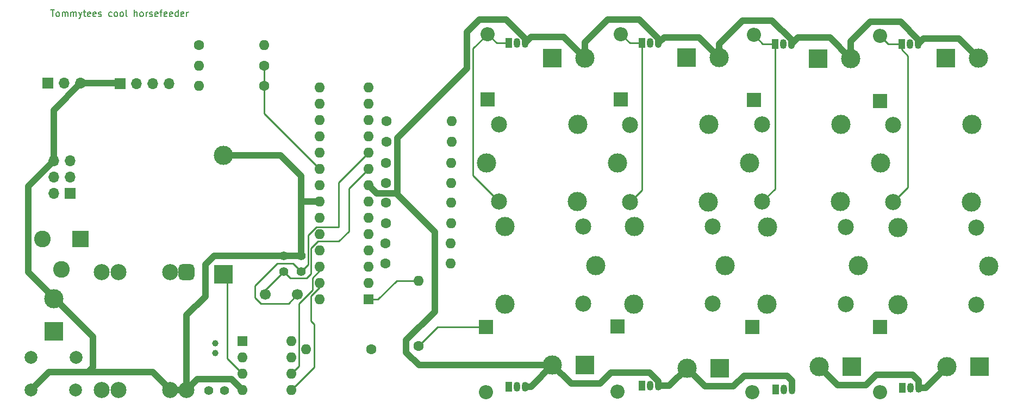
<source format=gbr>
%TF.GenerationSoftware,KiCad,Pcbnew,7.0.7*%
%TF.CreationDate,2024-02-15T10:33:02+01:00*%
%TF.ProjectId,Projektarbete_P3,50726f6a-656b-4746-9172-626574655f50,rev?*%
%TF.SameCoordinates,Original*%
%TF.FileFunction,Copper,L1,Top*%
%TF.FilePolarity,Positive*%
%FSLAX46Y46*%
G04 Gerber Fmt 4.6, Leading zero omitted, Abs format (unit mm)*
G04 Created by KiCad (PCBNEW 7.0.7) date 2024-02-15 10:33:02*
%MOMM*%
%LPD*%
G01*
G04 APERTURE LIST*
G04 Aperture macros list*
%AMRoundRect*
0 Rectangle with rounded corners*
0 $1 Rounding radius*
0 $2 $3 $4 $5 $6 $7 $8 $9 X,Y pos of 4 corners*
0 Add a 4 corners polygon primitive as box body*
4,1,4,$2,$3,$4,$5,$6,$7,$8,$9,$2,$3,0*
0 Add four circle primitives for the rounded corners*
1,1,$1+$1,$2,$3*
1,1,$1+$1,$4,$5*
1,1,$1+$1,$6,$7*
1,1,$1+$1,$8,$9*
0 Add four rect primitives between the rounded corners*
20,1,$1+$1,$2,$3,$4,$5,0*
20,1,$1+$1,$4,$5,$6,$7,0*
20,1,$1+$1,$6,$7,$8,$9,0*
20,1,$1+$1,$8,$9,$2,$3,0*%
G04 Aperture macros list end*
%ADD10C,0.150000*%
%TA.AperFunction,NonConductor*%
%ADD11C,0.150000*%
%TD*%
%TA.AperFunction,ComponentPad*%
%ADD12R,3.000000X3.000000*%
%TD*%
%TA.AperFunction,ComponentPad*%
%ADD13C,3.000000*%
%TD*%
%TA.AperFunction,ComponentPad*%
%ADD14R,1.050000X1.500000*%
%TD*%
%TA.AperFunction,ComponentPad*%
%ADD15O,1.050000X1.500000*%
%TD*%
%TA.AperFunction,ComponentPad*%
%ADD16C,1.600000*%
%TD*%
%TA.AperFunction,ComponentPad*%
%ADD17O,1.600000X1.600000*%
%TD*%
%TA.AperFunction,ComponentPad*%
%ADD18C,2.000000*%
%TD*%
%TA.AperFunction,ComponentPad*%
%ADD19C,2.500000*%
%TD*%
%TA.AperFunction,ComponentPad*%
%ADD20R,1.700000X1.700000*%
%TD*%
%TA.AperFunction,ComponentPad*%
%ADD21O,1.700000X1.700000*%
%TD*%
%TA.AperFunction,ComponentPad*%
%ADD22C,1.700000*%
%TD*%
%TA.AperFunction,ComponentPad*%
%ADD23RoundRect,0.625000X-0.625000X0.625000X-0.625000X-0.625000X0.625000X-0.625000X0.625000X0.625000X0*%
%TD*%
%TA.AperFunction,ComponentPad*%
%ADD24R,2.200000X2.200000*%
%TD*%
%TA.AperFunction,ComponentPad*%
%ADD25O,2.200000X2.200000*%
%TD*%
%TA.AperFunction,ComponentPad*%
%ADD26R,2.600000X2.600000*%
%TD*%
%TA.AperFunction,ComponentPad*%
%ADD27C,2.600000*%
%TD*%
%TA.AperFunction,ComponentPad*%
%ADD28C,1.000000*%
%TD*%
%TA.AperFunction,ComponentPad*%
%ADD29C,1.400000*%
%TD*%
%TA.AperFunction,ComponentPad*%
%ADD30R,1.600000X1.600000*%
%TD*%
%TA.AperFunction,Conductor*%
%ADD31C,1.000000*%
%TD*%
%TA.AperFunction,Conductor*%
%ADD32C,0.250000*%
%TD*%
G04 APERTURE END LIST*
D10*
D11*
X57953522Y-50635019D02*
X58524950Y-50635019D01*
X58239236Y-51635019D02*
X58239236Y-50635019D01*
X59001141Y-51635019D02*
X58905903Y-51587400D01*
X58905903Y-51587400D02*
X58858284Y-51539780D01*
X58858284Y-51539780D02*
X58810665Y-51444542D01*
X58810665Y-51444542D02*
X58810665Y-51158828D01*
X58810665Y-51158828D02*
X58858284Y-51063590D01*
X58858284Y-51063590D02*
X58905903Y-51015971D01*
X58905903Y-51015971D02*
X59001141Y-50968352D01*
X59001141Y-50968352D02*
X59143998Y-50968352D01*
X59143998Y-50968352D02*
X59239236Y-51015971D01*
X59239236Y-51015971D02*
X59286855Y-51063590D01*
X59286855Y-51063590D02*
X59334474Y-51158828D01*
X59334474Y-51158828D02*
X59334474Y-51444542D01*
X59334474Y-51444542D02*
X59286855Y-51539780D01*
X59286855Y-51539780D02*
X59239236Y-51587400D01*
X59239236Y-51587400D02*
X59143998Y-51635019D01*
X59143998Y-51635019D02*
X59001141Y-51635019D01*
X59763046Y-51635019D02*
X59763046Y-50968352D01*
X59763046Y-51063590D02*
X59810665Y-51015971D01*
X59810665Y-51015971D02*
X59905903Y-50968352D01*
X59905903Y-50968352D02*
X60048760Y-50968352D01*
X60048760Y-50968352D02*
X60143998Y-51015971D01*
X60143998Y-51015971D02*
X60191617Y-51111209D01*
X60191617Y-51111209D02*
X60191617Y-51635019D01*
X60191617Y-51111209D02*
X60239236Y-51015971D01*
X60239236Y-51015971D02*
X60334474Y-50968352D01*
X60334474Y-50968352D02*
X60477331Y-50968352D01*
X60477331Y-50968352D02*
X60572570Y-51015971D01*
X60572570Y-51015971D02*
X60620189Y-51111209D01*
X60620189Y-51111209D02*
X60620189Y-51635019D01*
X61096379Y-51635019D02*
X61096379Y-50968352D01*
X61096379Y-51063590D02*
X61143998Y-51015971D01*
X61143998Y-51015971D02*
X61239236Y-50968352D01*
X61239236Y-50968352D02*
X61382093Y-50968352D01*
X61382093Y-50968352D02*
X61477331Y-51015971D01*
X61477331Y-51015971D02*
X61524950Y-51111209D01*
X61524950Y-51111209D02*
X61524950Y-51635019D01*
X61524950Y-51111209D02*
X61572569Y-51015971D01*
X61572569Y-51015971D02*
X61667807Y-50968352D01*
X61667807Y-50968352D02*
X61810664Y-50968352D01*
X61810664Y-50968352D02*
X61905903Y-51015971D01*
X61905903Y-51015971D02*
X61953522Y-51111209D01*
X61953522Y-51111209D02*
X61953522Y-51635019D01*
X62334474Y-50968352D02*
X62572569Y-51635019D01*
X62810664Y-50968352D02*
X62572569Y-51635019D01*
X62572569Y-51635019D02*
X62477331Y-51873114D01*
X62477331Y-51873114D02*
X62429712Y-51920733D01*
X62429712Y-51920733D02*
X62334474Y-51968352D01*
X63048760Y-50968352D02*
X63429712Y-50968352D01*
X63191617Y-50635019D02*
X63191617Y-51492161D01*
X63191617Y-51492161D02*
X63239236Y-51587400D01*
X63239236Y-51587400D02*
X63334474Y-51635019D01*
X63334474Y-51635019D02*
X63429712Y-51635019D01*
X64143998Y-51587400D02*
X64048760Y-51635019D01*
X64048760Y-51635019D02*
X63858284Y-51635019D01*
X63858284Y-51635019D02*
X63763046Y-51587400D01*
X63763046Y-51587400D02*
X63715427Y-51492161D01*
X63715427Y-51492161D02*
X63715427Y-51111209D01*
X63715427Y-51111209D02*
X63763046Y-51015971D01*
X63763046Y-51015971D02*
X63858284Y-50968352D01*
X63858284Y-50968352D02*
X64048760Y-50968352D01*
X64048760Y-50968352D02*
X64143998Y-51015971D01*
X64143998Y-51015971D02*
X64191617Y-51111209D01*
X64191617Y-51111209D02*
X64191617Y-51206447D01*
X64191617Y-51206447D02*
X63715427Y-51301685D01*
X65001141Y-51587400D02*
X64905903Y-51635019D01*
X64905903Y-51635019D02*
X64715427Y-51635019D01*
X64715427Y-51635019D02*
X64620189Y-51587400D01*
X64620189Y-51587400D02*
X64572570Y-51492161D01*
X64572570Y-51492161D02*
X64572570Y-51111209D01*
X64572570Y-51111209D02*
X64620189Y-51015971D01*
X64620189Y-51015971D02*
X64715427Y-50968352D01*
X64715427Y-50968352D02*
X64905903Y-50968352D01*
X64905903Y-50968352D02*
X65001141Y-51015971D01*
X65001141Y-51015971D02*
X65048760Y-51111209D01*
X65048760Y-51111209D02*
X65048760Y-51206447D01*
X65048760Y-51206447D02*
X64572570Y-51301685D01*
X65429713Y-51587400D02*
X65524951Y-51635019D01*
X65524951Y-51635019D02*
X65715427Y-51635019D01*
X65715427Y-51635019D02*
X65810665Y-51587400D01*
X65810665Y-51587400D02*
X65858284Y-51492161D01*
X65858284Y-51492161D02*
X65858284Y-51444542D01*
X65858284Y-51444542D02*
X65810665Y-51349304D01*
X65810665Y-51349304D02*
X65715427Y-51301685D01*
X65715427Y-51301685D02*
X65572570Y-51301685D01*
X65572570Y-51301685D02*
X65477332Y-51254066D01*
X65477332Y-51254066D02*
X65429713Y-51158828D01*
X65429713Y-51158828D02*
X65429713Y-51111209D01*
X65429713Y-51111209D02*
X65477332Y-51015971D01*
X65477332Y-51015971D02*
X65572570Y-50968352D01*
X65572570Y-50968352D02*
X65715427Y-50968352D01*
X65715427Y-50968352D02*
X65810665Y-51015971D01*
X67477332Y-51587400D02*
X67382094Y-51635019D01*
X67382094Y-51635019D02*
X67191618Y-51635019D01*
X67191618Y-51635019D02*
X67096380Y-51587400D01*
X67096380Y-51587400D02*
X67048761Y-51539780D01*
X67048761Y-51539780D02*
X67001142Y-51444542D01*
X67001142Y-51444542D02*
X67001142Y-51158828D01*
X67001142Y-51158828D02*
X67048761Y-51063590D01*
X67048761Y-51063590D02*
X67096380Y-51015971D01*
X67096380Y-51015971D02*
X67191618Y-50968352D01*
X67191618Y-50968352D02*
X67382094Y-50968352D01*
X67382094Y-50968352D02*
X67477332Y-51015971D01*
X68048761Y-51635019D02*
X67953523Y-51587400D01*
X67953523Y-51587400D02*
X67905904Y-51539780D01*
X67905904Y-51539780D02*
X67858285Y-51444542D01*
X67858285Y-51444542D02*
X67858285Y-51158828D01*
X67858285Y-51158828D02*
X67905904Y-51063590D01*
X67905904Y-51063590D02*
X67953523Y-51015971D01*
X67953523Y-51015971D02*
X68048761Y-50968352D01*
X68048761Y-50968352D02*
X68191618Y-50968352D01*
X68191618Y-50968352D02*
X68286856Y-51015971D01*
X68286856Y-51015971D02*
X68334475Y-51063590D01*
X68334475Y-51063590D02*
X68382094Y-51158828D01*
X68382094Y-51158828D02*
X68382094Y-51444542D01*
X68382094Y-51444542D02*
X68334475Y-51539780D01*
X68334475Y-51539780D02*
X68286856Y-51587400D01*
X68286856Y-51587400D02*
X68191618Y-51635019D01*
X68191618Y-51635019D02*
X68048761Y-51635019D01*
X68953523Y-51635019D02*
X68858285Y-51587400D01*
X68858285Y-51587400D02*
X68810666Y-51539780D01*
X68810666Y-51539780D02*
X68763047Y-51444542D01*
X68763047Y-51444542D02*
X68763047Y-51158828D01*
X68763047Y-51158828D02*
X68810666Y-51063590D01*
X68810666Y-51063590D02*
X68858285Y-51015971D01*
X68858285Y-51015971D02*
X68953523Y-50968352D01*
X68953523Y-50968352D02*
X69096380Y-50968352D01*
X69096380Y-50968352D02*
X69191618Y-51015971D01*
X69191618Y-51015971D02*
X69239237Y-51063590D01*
X69239237Y-51063590D02*
X69286856Y-51158828D01*
X69286856Y-51158828D02*
X69286856Y-51444542D01*
X69286856Y-51444542D02*
X69239237Y-51539780D01*
X69239237Y-51539780D02*
X69191618Y-51587400D01*
X69191618Y-51587400D02*
X69096380Y-51635019D01*
X69096380Y-51635019D02*
X68953523Y-51635019D01*
X69858285Y-51635019D02*
X69763047Y-51587400D01*
X69763047Y-51587400D02*
X69715428Y-51492161D01*
X69715428Y-51492161D02*
X69715428Y-50635019D01*
X71001143Y-51635019D02*
X71001143Y-50635019D01*
X71429714Y-51635019D02*
X71429714Y-51111209D01*
X71429714Y-51111209D02*
X71382095Y-51015971D01*
X71382095Y-51015971D02*
X71286857Y-50968352D01*
X71286857Y-50968352D02*
X71144000Y-50968352D01*
X71144000Y-50968352D02*
X71048762Y-51015971D01*
X71048762Y-51015971D02*
X71001143Y-51063590D01*
X72048762Y-51635019D02*
X71953524Y-51587400D01*
X71953524Y-51587400D02*
X71905905Y-51539780D01*
X71905905Y-51539780D02*
X71858286Y-51444542D01*
X71858286Y-51444542D02*
X71858286Y-51158828D01*
X71858286Y-51158828D02*
X71905905Y-51063590D01*
X71905905Y-51063590D02*
X71953524Y-51015971D01*
X71953524Y-51015971D02*
X72048762Y-50968352D01*
X72048762Y-50968352D02*
X72191619Y-50968352D01*
X72191619Y-50968352D02*
X72286857Y-51015971D01*
X72286857Y-51015971D02*
X72334476Y-51063590D01*
X72334476Y-51063590D02*
X72382095Y-51158828D01*
X72382095Y-51158828D02*
X72382095Y-51444542D01*
X72382095Y-51444542D02*
X72334476Y-51539780D01*
X72334476Y-51539780D02*
X72286857Y-51587400D01*
X72286857Y-51587400D02*
X72191619Y-51635019D01*
X72191619Y-51635019D02*
X72048762Y-51635019D01*
X72810667Y-51635019D02*
X72810667Y-50968352D01*
X72810667Y-51158828D02*
X72858286Y-51063590D01*
X72858286Y-51063590D02*
X72905905Y-51015971D01*
X72905905Y-51015971D02*
X73001143Y-50968352D01*
X73001143Y-50968352D02*
X73096381Y-50968352D01*
X73382096Y-51587400D02*
X73477334Y-51635019D01*
X73477334Y-51635019D02*
X73667810Y-51635019D01*
X73667810Y-51635019D02*
X73763048Y-51587400D01*
X73763048Y-51587400D02*
X73810667Y-51492161D01*
X73810667Y-51492161D02*
X73810667Y-51444542D01*
X73810667Y-51444542D02*
X73763048Y-51349304D01*
X73763048Y-51349304D02*
X73667810Y-51301685D01*
X73667810Y-51301685D02*
X73524953Y-51301685D01*
X73524953Y-51301685D02*
X73429715Y-51254066D01*
X73429715Y-51254066D02*
X73382096Y-51158828D01*
X73382096Y-51158828D02*
X73382096Y-51111209D01*
X73382096Y-51111209D02*
X73429715Y-51015971D01*
X73429715Y-51015971D02*
X73524953Y-50968352D01*
X73524953Y-50968352D02*
X73667810Y-50968352D01*
X73667810Y-50968352D02*
X73763048Y-51015971D01*
X74620191Y-51587400D02*
X74524953Y-51635019D01*
X74524953Y-51635019D02*
X74334477Y-51635019D01*
X74334477Y-51635019D02*
X74239239Y-51587400D01*
X74239239Y-51587400D02*
X74191620Y-51492161D01*
X74191620Y-51492161D02*
X74191620Y-51111209D01*
X74191620Y-51111209D02*
X74239239Y-51015971D01*
X74239239Y-51015971D02*
X74334477Y-50968352D01*
X74334477Y-50968352D02*
X74524953Y-50968352D01*
X74524953Y-50968352D02*
X74620191Y-51015971D01*
X74620191Y-51015971D02*
X74667810Y-51111209D01*
X74667810Y-51111209D02*
X74667810Y-51206447D01*
X74667810Y-51206447D02*
X74191620Y-51301685D01*
X74953525Y-50968352D02*
X75334477Y-50968352D01*
X75096382Y-51635019D02*
X75096382Y-50777876D01*
X75096382Y-50777876D02*
X75144001Y-50682638D01*
X75144001Y-50682638D02*
X75239239Y-50635019D01*
X75239239Y-50635019D02*
X75334477Y-50635019D01*
X76048763Y-51587400D02*
X75953525Y-51635019D01*
X75953525Y-51635019D02*
X75763049Y-51635019D01*
X75763049Y-51635019D02*
X75667811Y-51587400D01*
X75667811Y-51587400D02*
X75620192Y-51492161D01*
X75620192Y-51492161D02*
X75620192Y-51111209D01*
X75620192Y-51111209D02*
X75667811Y-51015971D01*
X75667811Y-51015971D02*
X75763049Y-50968352D01*
X75763049Y-50968352D02*
X75953525Y-50968352D01*
X75953525Y-50968352D02*
X76048763Y-51015971D01*
X76048763Y-51015971D02*
X76096382Y-51111209D01*
X76096382Y-51111209D02*
X76096382Y-51206447D01*
X76096382Y-51206447D02*
X75620192Y-51301685D01*
X76905906Y-51587400D02*
X76810668Y-51635019D01*
X76810668Y-51635019D02*
X76620192Y-51635019D01*
X76620192Y-51635019D02*
X76524954Y-51587400D01*
X76524954Y-51587400D02*
X76477335Y-51492161D01*
X76477335Y-51492161D02*
X76477335Y-51111209D01*
X76477335Y-51111209D02*
X76524954Y-51015971D01*
X76524954Y-51015971D02*
X76620192Y-50968352D01*
X76620192Y-50968352D02*
X76810668Y-50968352D01*
X76810668Y-50968352D02*
X76905906Y-51015971D01*
X76905906Y-51015971D02*
X76953525Y-51111209D01*
X76953525Y-51111209D02*
X76953525Y-51206447D01*
X76953525Y-51206447D02*
X76477335Y-51301685D01*
X77810668Y-51635019D02*
X77810668Y-50635019D01*
X77810668Y-51587400D02*
X77715430Y-51635019D01*
X77715430Y-51635019D02*
X77524954Y-51635019D01*
X77524954Y-51635019D02*
X77429716Y-51587400D01*
X77429716Y-51587400D02*
X77382097Y-51539780D01*
X77382097Y-51539780D02*
X77334478Y-51444542D01*
X77334478Y-51444542D02*
X77334478Y-51158828D01*
X77334478Y-51158828D02*
X77382097Y-51063590D01*
X77382097Y-51063590D02*
X77429716Y-51015971D01*
X77429716Y-51015971D02*
X77524954Y-50968352D01*
X77524954Y-50968352D02*
X77715430Y-50968352D01*
X77715430Y-50968352D02*
X77810668Y-51015971D01*
X78667811Y-51587400D02*
X78572573Y-51635019D01*
X78572573Y-51635019D02*
X78382097Y-51635019D01*
X78382097Y-51635019D02*
X78286859Y-51587400D01*
X78286859Y-51587400D02*
X78239240Y-51492161D01*
X78239240Y-51492161D02*
X78239240Y-51111209D01*
X78239240Y-51111209D02*
X78286859Y-51015971D01*
X78286859Y-51015971D02*
X78382097Y-50968352D01*
X78382097Y-50968352D02*
X78572573Y-50968352D01*
X78572573Y-50968352D02*
X78667811Y-51015971D01*
X78667811Y-51015971D02*
X78715430Y-51111209D01*
X78715430Y-51111209D02*
X78715430Y-51206447D01*
X78715430Y-51206447D02*
X78239240Y-51301685D01*
X79144002Y-51635019D02*
X79144002Y-50968352D01*
X79144002Y-51158828D02*
X79191621Y-51063590D01*
X79191621Y-51063590D02*
X79239240Y-51015971D01*
X79239240Y-51015971D02*
X79334478Y-50968352D01*
X79334478Y-50968352D02*
X79429716Y-50968352D01*
D12*
%TO.P,J2,1,Pin_1*%
%TO.N,Net-(J2-Pin_1)*%
X202666800Y-106248400D03*
D13*
%TO.P,J2,2,Pin_2*%
%TO.N,GND*%
X197586800Y-106248400D03*
%TD*%
D14*
%TO.P,Q4,1,C*%
%TO.N,Net-(D4-A)*%
X170764400Y-55956400D03*
D15*
%TO.P,Q4,2,B*%
%TO.N,Net-(Q4-B)*%
X172034400Y-55956400D03*
%TO.P,Q4,3,E*%
%TO.N,GND*%
X173304400Y-55956400D03*
%TD*%
D14*
%TO.P,Q2,1,C*%
%TO.N,Net-(D2-A)*%
X190595600Y-109543200D03*
D15*
%TO.P,Q2,2,B*%
%TO.N,Net-(Q2-B)*%
X191865600Y-109543200D03*
%TO.P,Q2,3,E*%
%TO.N,GND*%
X193135600Y-109543200D03*
%TD*%
D16*
%TO.P,R9,1*%
%TO.N,+5V*%
X115240000Y-102997200D03*
D17*
%TO.P,R9,2*%
%TO.N,/Resetbutton*%
X115240000Y-92837200D03*
%TD*%
D16*
%TO.P,R10,1*%
%TO.N,+5V*%
X91236800Y-59334400D03*
D17*
%TO.P,R10,2*%
%TO.N,/AnalogPin4{slash}SDA*%
X81076800Y-59334400D03*
%TD*%
D18*
%TO.P,SW1,1,1*%
%TO.N,Net-(C1-Pad2)*%
X61873200Y-109844400D03*
%TO.P,SW1,2,2*%
%TO.N,GND*%
X54862800Y-109844400D03*
%TO.P,SW1,3,K*%
%TO.N,/Resetbutton*%
X54862800Y-104815200D03*
%TO.P,SW1,4,A*%
%TO.N,Net-(SW1-A)*%
X61924000Y-104815200D03*
%TD*%
D12*
%TO.P,J1,1,Pin_1*%
%TO.N,Net-(J1-Pin_1)*%
X197416000Y-58140200D03*
D13*
%TO.P,J1,2,Pin_2*%
%TO.N,GND*%
X202496000Y-58140200D03*
%TD*%
D16*
%TO.P,R12,1*%
%TO.N,+5V*%
X81026000Y-56134000D03*
D17*
%TO.P,R12,2*%
%TO.N,/AnalogPin0*%
X91186000Y-56134000D03*
%TD*%
D13*
%TO.P,K5,1*%
%TO.N,/Power_input*%
X163008400Y-90449600D03*
D19*
%TO.P,K5,2*%
%TO.N,Net-(D5-A)*%
X161058400Y-84399600D03*
D13*
%TO.P,K5,3*%
%TO.N,unconnected-(K5-Pad3)*%
X148858400Y-84399600D03*
%TO.P,K5,4*%
%TO.N,Net-(J5-Pin_1)*%
X148808400Y-96449600D03*
D19*
%TO.P,K5,5*%
%TO.N,+5V*%
X161058400Y-96399600D03*
%TD*%
D13*
%TO.P,K6,1*%
%TO.N,/Power_input*%
X146250000Y-74500000D03*
D19*
%TO.P,K6,2*%
%TO.N,Net-(D6-A)*%
X148200000Y-80550000D03*
D13*
%TO.P,K6,3*%
%TO.N,unconnected-(K6-Pad3)*%
X160400000Y-80550000D03*
%TO.P,K6,4*%
%TO.N,Net-(J6-Pin_1)*%
X160450000Y-68500000D03*
D19*
%TO.P,K6,5*%
%TO.N,+5V*%
X148200000Y-68550000D03*
%TD*%
D16*
%TO.P,R11,1*%
%TO.N,+5V*%
X91236800Y-62433200D03*
D17*
%TO.P,R11,2*%
%TO.N,/AnalogPin5{slash}SCL*%
X81076800Y-62433200D03*
%TD*%
D13*
%TO.P,K8,1*%
%TO.N,/Power_input*%
X125850000Y-74450000D03*
D19*
%TO.P,K8,2*%
%TO.N,Net-(D8-A)*%
X127800000Y-80500000D03*
D13*
%TO.P,K8,3*%
%TO.N,unconnected-(K8-Pad3)*%
X140000000Y-80500000D03*
%TO.P,K8,4*%
%TO.N,Net-(J8-Pin_1)*%
X140050000Y-68450000D03*
D19*
%TO.P,K8,5*%
%TO.N,+5V*%
X127800000Y-68500000D03*
%TD*%
D20*
%TO.P,J12,1,Pin_1*%
%TO.N,+5V*%
X57556400Y-62026800D03*
D21*
%TO.P,J12,2,Pin_2*%
%TO.N,/AnalogPin0*%
X60096400Y-62026800D03*
%TO.P,J12,3,Pin_3*%
%TO.N,GND*%
X62636400Y-62026800D03*
%TD*%
D14*
%TO.P,Q6,1,C*%
%TO.N,Net-(D6-A)*%
X150057200Y-55796800D03*
D15*
%TO.P,Q6,2,B*%
%TO.N,Net-(Q6-B)*%
X151327200Y-55796800D03*
%TO.P,Q6,3,E*%
%TO.N,GND*%
X152597200Y-55796800D03*
%TD*%
D14*
%TO.P,Q5,1,C*%
%TO.N,Net-(D5-A)*%
X150057200Y-109187600D03*
D15*
%TO.P,Q5,2,B*%
%TO.N,Net-(Q5-B)*%
X151327200Y-109187600D03*
%TO.P,Q5,3,E*%
%TO.N,GND*%
X152597200Y-109187600D03*
%TD*%
D22*
%TO.P,Y1,1,1*%
%TO.N,/XTAL2{slash}TOSC2*%
X96378400Y-94996000D03*
%TO.P,Y1,2,2*%
%TO.N,/XTAL1{slash}TOSC1*%
X91378400Y-94996000D03*
%TD*%
D14*
%TO.P,Q3,1,C*%
%TO.N,Net-(D3-A)*%
X170916800Y-109804400D03*
D15*
%TO.P,Q3,2,B*%
%TO.N,Net-(Q3-B)*%
X172186800Y-109804400D03*
%TO.P,Q3,3,E*%
%TO.N,GND*%
X173456800Y-109804400D03*
%TD*%
D23*
%TO.P,Volt_regulator1,1,INPUT-*%
%TO.N,Net-(BJ1-Pad3)*%
X79121000Y-91490800D03*
D19*
%TO.P,Volt_regulator1,2,INPUT-*%
X76581000Y-91490800D03*
%TO.P,Volt_regulator1,3,INPUT+*%
%TO.N,/Power_input*%
X68529200Y-91490800D03*
%TO.P,Volt_regulator1,4,INPUT+*%
X65918000Y-91490800D03*
%TO.P,Volt_regulator1,5,OUTPUT-*%
%TO.N,GND*%
X79146400Y-109829600D03*
%TO.P,Volt_regulator1,6,OUTPUT-*%
X76606400Y-109829600D03*
%TO.P,Volt_regulator1,7,OUTPUT+*%
%TO.N,+5V*%
X68554600Y-109829600D03*
%TO.P,Volt_regulator1,8,OUTPUT+*%
X65943400Y-109829600D03*
%TD*%
D12*
%TO.P,J3,1,Pin_1*%
%TO.N,Net-(J3-Pin_1)*%
X182702400Y-106197600D03*
D13*
%TO.P,J3,2,Pin_2*%
%TO.N,GND*%
X177622400Y-106197600D03*
%TD*%
D16*
%TO.P,R6,1*%
%TO.N,/DIG_I{slash}O6*%
X110261600Y-71145600D03*
D17*
%TO.P,R6,2*%
%TO.N,Net-(Q6-B)*%
X120421600Y-71145600D03*
%TD*%
D24*
%TO.P,D3,1,K*%
%TO.N,+5V*%
X167208400Y-100050800D03*
D25*
%TO.P,D3,2,A*%
%TO.N,Net-(D3-A)*%
X167208400Y-110210800D03*
%TD*%
D26*
%TO.P,BJ1,1*%
%TO.N,/Power_input*%
X62636400Y-86360000D03*
D27*
%TO.P,BJ1,2*%
%TO.N,Net-(J9-Pin_1)*%
X56636400Y-86360000D03*
%TO.P,BJ1,3*%
%TO.N,Net-(BJ1-Pad3)*%
X59636400Y-91060000D03*
%TD*%
D16*
%TO.P,R5,1*%
%TO.N,/DIG_I{slash}O1*%
X110109200Y-87046000D03*
D17*
%TO.P,R5,2*%
%TO.N,Net-(Q5-B)*%
X120269200Y-87046000D03*
%TD*%
D12*
%TO.P,J4,1,Pin_1*%
%TO.N,Net-(J4-Pin_1)*%
X177520800Y-58191600D03*
D13*
%TO.P,J4,2,Pin_2*%
%TO.N,GND*%
X182600800Y-58191600D03*
%TD*%
D28*
%TO.P,Y2,1,1*%
%TO.N,/X2-Crystal*%
X83566000Y-104077200D03*
%TO.P,Y2,2,2*%
%TO.N,/X1-Crystal*%
X83566000Y-102577200D03*
%TD*%
D12*
%TO.P,J7,1,Pin_1*%
%TO.N,Net-(J7-Pin_1)*%
X141198800Y-105987800D03*
D13*
%TO.P,J7,2,Pin_2*%
%TO.N,GND*%
X136118800Y-105987800D03*
%TD*%
D29*
%TO.P,C1,1*%
%TO.N,Net-(SW1-A)*%
X82550000Y-109931200D03*
%TO.P,C1,2*%
%TO.N,Net-(C1-Pad2)*%
X85050000Y-109931200D03*
%TD*%
D13*
%TO.P,K3,1*%
%TO.N,/Power_input*%
X183734800Y-90500400D03*
D19*
%TO.P,K3,2*%
%TO.N,Net-(D3-A)*%
X181784800Y-84450400D03*
D13*
%TO.P,K3,3*%
%TO.N,unconnected-(K3-Pad3)*%
X169584800Y-84450400D03*
%TO.P,K3,4*%
%TO.N,Net-(J3-Pin_1)*%
X169534800Y-96500400D03*
D19*
%TO.P,K3,5*%
%TO.N,+5V*%
X181784800Y-96450400D03*
%TD*%
D14*
%TO.P,Q8,1,C*%
%TO.N,Net-(D8-A)*%
X129330800Y-55796800D03*
D15*
%TO.P,Q8,2,B*%
%TO.N,Net-(Q8-B)*%
X130600800Y-55796800D03*
%TO.P,Q8,3,E*%
%TO.N,GND*%
X131870800Y-55796800D03*
%TD*%
D16*
%TO.P,R13,1*%
%TO.N,+5V*%
X107899200Y-103530400D03*
D17*
%TO.P,R13,2*%
%TO.N,Net-(U2-SQW{slash}OUT)*%
X97739200Y-103530400D03*
%TD*%
D20*
%TO.P,J11,1,MISO*%
%TO.N,/MISO*%
X60960000Y-79197200D03*
D21*
%TO.P,J11,2,VCC*%
%TO.N,+5V*%
X58420000Y-79197200D03*
%TO.P,J11,3,SCK*%
%TO.N,/SCK*%
X60960000Y-76657200D03*
%TO.P,J11,4,MOSI*%
%TO.N,/MOSI{slash}OC2A*%
X58420000Y-76657200D03*
%TO.P,J11,5,~{RST}*%
%TO.N,/Resetbutton*%
X60960000Y-74117200D03*
%TO.P,J11,6,GND*%
%TO.N,GND*%
X58420000Y-74117200D03*
%TD*%
D24*
%TO.P,D4,1,K*%
%TO.N,+5V*%
X167462400Y-64687400D03*
D25*
%TO.P,D4,2,A*%
%TO.N,Net-(D4-A)*%
X167462400Y-54527400D03*
%TD*%
D24*
%TO.P,D2,1,K*%
%TO.N,+5V*%
X187172800Y-100050800D03*
D25*
%TO.P,D2,2,A*%
%TO.N,Net-(D2-A)*%
X187172800Y-110210800D03*
%TD*%
D24*
%TO.P,D1,1,K*%
%TO.N,+5V*%
X187122000Y-64795600D03*
D25*
%TO.P,D1,2,A*%
%TO.N,Net-(D1-A)*%
X187122000Y-54635600D03*
%TD*%
D12*
%TO.P,J8,1,Pin_1*%
%TO.N,Net-(J8-Pin_1)*%
X136068000Y-58134200D03*
D13*
%TO.P,J8,2,Pin_2*%
%TO.N,GND*%
X141148000Y-58134200D03*
%TD*%
D29*
%TO.P,C3,1*%
%TO.N,/XTAL2{slash}TOSC2*%
X96977200Y-91420000D03*
%TO.P,C3,2*%
%TO.N,GND*%
X96977200Y-88920000D03*
%TD*%
D12*
%TO.P,J9,1,Pin_1*%
%TO.N,Net-(J9-Pin_1)*%
X58420000Y-100736400D03*
D13*
%TO.P,J9,2,Pin_2*%
%TO.N,GND*%
X58420000Y-95656400D03*
%TD*%
%TO.P,K1,1*%
%TO.N,/Power_input*%
X187250000Y-74500000D03*
D19*
%TO.P,K1,2*%
%TO.N,Net-(D1-A)*%
X189200000Y-80550000D03*
D13*
%TO.P,K1,3*%
%TO.N,unconnected-(K1-Pad3)*%
X201400000Y-80550000D03*
%TO.P,K1,4*%
%TO.N,Net-(J1-Pin_1)*%
X201450000Y-68500000D03*
D19*
%TO.P,K1,5*%
%TO.N,+5V*%
X189200000Y-68550000D03*
%TD*%
D14*
%TO.P,Q7,1,C*%
%TO.N,Net-(D7-A)*%
X129330800Y-109340000D03*
D15*
%TO.P,Q7,2,B*%
%TO.N,Net-(Q7-B)*%
X130600800Y-109340000D03*
%TO.P,Q7,3,E*%
%TO.N,GND*%
X131870800Y-109340000D03*
%TD*%
D12*
%TO.P,J6,1,Pin_1*%
%TO.N,Net-(J6-Pin_1)*%
X156997600Y-58039200D03*
D13*
%TO.P,J6,2,Pin_2*%
%TO.N,GND*%
X162077600Y-58039200D03*
%TD*%
D20*
%TO.P,J10,1,Pin_1*%
%TO.N,GND*%
X68783200Y-62077600D03*
D21*
%TO.P,J10,2,Pin_2*%
%TO.N,+5V*%
X71323200Y-62077600D03*
%TO.P,J10,3,Pin_3*%
%TO.N,/AnalogPin4{slash}SDA*%
X73863200Y-62077600D03*
%TO.P,J10,4,Pin_4*%
%TO.N,/AnalogPin5{slash}SCL*%
X76403200Y-62077600D03*
%TD*%
D16*
%TO.P,R2,1*%
%TO.N,/DIG_I{slash}O3*%
X110160000Y-80696000D03*
D17*
%TO.P,R2,2*%
%TO.N,Net-(Q2-B)*%
X120320000Y-80696000D03*
%TD*%
D16*
%TO.P,R8,1*%
%TO.N,/DIG_I{slash}O7*%
X110261600Y-67996000D03*
D17*
%TO.P,R8,2*%
%TO.N,Net-(Q8-B)*%
X120421600Y-67996000D03*
%TD*%
D24*
%TO.P,D8,1,K*%
%TO.N,+5V*%
X126009600Y-64541600D03*
D25*
%TO.P,D8,2,A*%
%TO.N,Net-(D8-A)*%
X126009600Y-54381600D03*
%TD*%
D16*
%TO.P,R4,1*%
%TO.N,/DIG_I{slash}O5*%
X110210800Y-74498400D03*
D17*
%TO.P,R4,2*%
%TO.N,Net-(Q4-B)*%
X120370800Y-74498400D03*
%TD*%
D12*
%TO.P,BT1,1,+*%
%TO.N,Net-(BT1-+)*%
X84886800Y-91846400D03*
D13*
%TO.P,BT1,2,-*%
%TO.N,GND*%
X84886800Y-73304400D03*
%TD*%
D14*
%TO.P,Q1,1,C*%
%TO.N,Net-(D1-A)*%
X190525600Y-55905600D03*
D15*
%TO.P,Q1,2,B*%
%TO.N,Net-(Q1-B)*%
X191795600Y-55905600D03*
%TO.P,Q1,3,E*%
%TO.N,GND*%
X193065600Y-55905600D03*
%TD*%
D24*
%TO.P,D6,1,K*%
%TO.N,+5V*%
X146736000Y-64535000D03*
D25*
%TO.P,D6,2,A*%
%TO.N,Net-(D6-A)*%
X146736000Y-54375000D03*
%TD*%
D24*
%TO.P,D7,1,K*%
%TO.N,+5V*%
X125755600Y-100050800D03*
D25*
%TO.P,D7,2,A*%
%TO.N,Net-(D7-A)*%
X125755600Y-110210800D03*
%TD*%
D16*
%TO.P,R1,1*%
%TO.N,/DIG_I{slash}O4*%
X110160000Y-77597200D03*
D17*
%TO.P,R1,2*%
%TO.N,Net-(Q1-B)*%
X120320000Y-77597200D03*
%TD*%
D24*
%TO.P,D5,1,K*%
%TO.N,+5V*%
X146278800Y-100000000D03*
D25*
%TO.P,D5,2,A*%
%TO.N,Net-(D5-A)*%
X146278800Y-110160000D03*
%TD*%
D13*
%TO.P,K7,1*%
%TO.N,/Power_input*%
X142891600Y-90449600D03*
D19*
%TO.P,K7,2*%
%TO.N,Net-(D7-A)*%
X140941600Y-84399600D03*
D13*
%TO.P,K7,3*%
%TO.N,unconnected-(K7-Pad3)*%
X128741600Y-84399600D03*
%TO.P,K7,4*%
%TO.N,Net-(J7-Pin_1)*%
X128691600Y-96449600D03*
D19*
%TO.P,K7,5*%
%TO.N,+5V*%
X140941600Y-96399600D03*
%TD*%
D13*
%TO.P,K4,1*%
%TO.N,/Power_input*%
X166850000Y-74450000D03*
D19*
%TO.P,K4,2*%
%TO.N,Net-(D4-A)*%
X168800000Y-80500000D03*
D13*
%TO.P,K4,3*%
%TO.N,unconnected-(K4-Pad3)*%
X181000000Y-80500000D03*
%TO.P,K4,4*%
%TO.N,Net-(J4-Pin_1)*%
X181050000Y-68450000D03*
D19*
%TO.P,K4,5*%
%TO.N,+5V*%
X168800000Y-68500000D03*
%TD*%
D30*
%TO.P,U1,1,~{RESET}/PC6*%
%TO.N,/Resetbutton*%
X107467600Y-95732800D03*
D17*
%TO.P,U1,2,PD0*%
%TO.N,/DIG_I{slash}O0*%
X107467600Y-93192800D03*
%TO.P,U1,3,PD1*%
%TO.N,/DIG_I{slash}O1*%
X107467600Y-90652800D03*
%TO.P,U1,4,PD2*%
%TO.N,/DIG_I{slash}O2*%
X107467600Y-88112800D03*
%TO.P,U1,5,PD3*%
%TO.N,/DIG_I{slash}O3*%
X107467600Y-85572800D03*
%TO.P,U1,6,PD4*%
%TO.N,/DIG_I{slash}O4*%
X107467600Y-83032800D03*
%TO.P,U1,7,VCC*%
%TO.N,+5V*%
X107467600Y-80492800D03*
%TO.P,U1,8,GND*%
%TO.N,GND*%
X107467600Y-77952800D03*
%TO.P,U1,9,XTAL1/PB6*%
%TO.N,/XTAL1{slash}TOSC1*%
X107467600Y-75412800D03*
%TO.P,U1,10,XTAL2/PB7*%
%TO.N,/XTAL2{slash}TOSC2*%
X107467600Y-72872800D03*
%TO.P,U1,11,PD5*%
%TO.N,/DIG_I{slash}O5*%
X107467600Y-70332800D03*
%TO.P,U1,12,PD6*%
%TO.N,/DIG_I{slash}O6*%
X107467600Y-67792800D03*
%TO.P,U1,13,PD7*%
%TO.N,/DIG_I{slash}O7*%
X107467600Y-65252800D03*
%TO.P,U1,14,PB0*%
%TO.N,/CLKO{slash}ICP1*%
X107467600Y-62712800D03*
%TO.P,U1,15,PB1*%
%TO.N,/OC1A*%
X99847600Y-62712800D03*
%TO.P,U1,16,PB2*%
%TO.N,/SS{slash}OC1B*%
X99847600Y-65252800D03*
%TO.P,U1,17,PB3*%
%TO.N,/MOSI{slash}OC2A*%
X99847600Y-67792800D03*
%TO.P,U1,18,PB4*%
%TO.N,/MISO*%
X99847600Y-70332800D03*
%TO.P,U1,19,PB5*%
%TO.N,/SCK*%
X99847600Y-72872800D03*
%TO.P,U1,20,AVCC*%
%TO.N,+5V*%
X99847600Y-75412800D03*
%TO.P,U1,21,AREF*%
%TO.N,unconnected-(U1-AREF-Pad21)*%
X99847600Y-77952800D03*
%TO.P,U1,22,GND*%
%TO.N,GND*%
X99847600Y-80492800D03*
%TO.P,U1,23,PC0*%
%TO.N,/AnalogPin0*%
X99847600Y-83032800D03*
%TO.P,U1,24,PC1*%
%TO.N,/AnalogPin1*%
X99847600Y-85572800D03*
%TO.P,U1,25,PC2*%
%TO.N,/AnalogPin2*%
X99847600Y-88112800D03*
%TO.P,U1,26,PC3*%
%TO.N,/AnalogPin5{slash}SCL*%
X99847600Y-90652800D03*
%TO.P,U1,27,PC4*%
%TO.N,/AnalogPin4{slash}SDA*%
X99847600Y-93192800D03*
%TO.P,U1,28,PC5*%
%TO.N,/AnalogPin5*%
X99847600Y-95732800D03*
%TD*%
D13*
%TO.P,K2,1*%
%TO.N,/Power_input*%
X204105600Y-90602000D03*
D19*
%TO.P,K2,2*%
%TO.N,Net-(D2-A)*%
X202155600Y-84552000D03*
D13*
%TO.P,K2,3*%
%TO.N,unconnected-(K2-Pad3)*%
X189955600Y-84552000D03*
%TO.P,K2,4*%
%TO.N,Net-(J2-Pin_1)*%
X189905600Y-96602000D03*
D19*
%TO.P,K2,5*%
%TO.N,+5V*%
X202155600Y-96552000D03*
%TD*%
D29*
%TO.P,C2,1*%
%TO.N,/XTAL1{slash}TOSC1*%
X94284800Y-91420000D03*
%TO.P,C2,2*%
%TO.N,GND*%
X94284800Y-88920000D03*
%TD*%
D30*
%TO.P,U2,1,X1*%
%TO.N,/X1-Crystal*%
X87833200Y-102260400D03*
D17*
%TO.P,U2,2,X2*%
%TO.N,/X2-Crystal*%
X87833200Y-104800400D03*
%TO.P,U2,3,VBAT*%
%TO.N,Net-(BT1-+)*%
X87833200Y-107340400D03*
%TO.P,U2,4,GND*%
%TO.N,GND*%
X87833200Y-109880400D03*
%TO.P,U2,5,SDA*%
%TO.N,/AnalogPin4{slash}SDA*%
X95453200Y-109880400D03*
%TO.P,U2,6,SCL*%
%TO.N,/AnalogPin5{slash}SCL*%
X95453200Y-107340400D03*
%TO.P,U2,7,SQW/OUT*%
%TO.N,Net-(U2-SQW{slash}OUT)*%
X95453200Y-104800400D03*
%TO.P,U2,8,VCC*%
%TO.N,+5V*%
X95453200Y-102260400D03*
%TD*%
D12*
%TO.P,J5,1,Pin_1*%
%TO.N,Net-(J5-Pin_1)*%
X162128400Y-106451600D03*
D13*
%TO.P,J5,2,Pin_2*%
%TO.N,GND*%
X157048400Y-106451600D03*
%TD*%
D16*
%TO.P,R3,1*%
%TO.N,/DIG_I{slash}O2*%
X110160000Y-83896400D03*
D17*
%TO.P,R3,2*%
%TO.N,Net-(Q3-B)*%
X120320000Y-83896400D03*
%TD*%
D16*
%TO.P,R7,1*%
%TO.N,/DIG_I{slash}O0*%
X110058400Y-90144800D03*
D17*
%TO.P,R7,2*%
%TO.N,Net-(Q7-B)*%
X120218400Y-90144800D03*
%TD*%
D31*
%TO.N,GND*%
X141148000Y-58134200D02*
X141148000Y-55702000D01*
X113334800Y-103987600D02*
X115335000Y-105987800D01*
X192202000Y-107467600D02*
X193135600Y-108401200D01*
X202496000Y-58140200D02*
X199448600Y-55092800D01*
X84886800Y-73304400D02*
X93776800Y-73304400D01*
X54862800Y-109844400D02*
X57671600Y-107035600D01*
X149608612Y-52120800D02*
X152597200Y-55109388D01*
X79146400Y-98196400D02*
X82042000Y-95300800D01*
X131870800Y-109340000D02*
X132766600Y-109340000D01*
X58420000Y-95656400D02*
X58623200Y-95656400D01*
X162077600Y-58039200D02*
X162077600Y-55905200D01*
X115335000Y-105987800D02*
X136118800Y-105987800D01*
X177622400Y-106197600D02*
X180568800Y-109144000D01*
X190324012Y-52476600D02*
X193065600Y-55218188D01*
X174320400Y-54940400D02*
X179349600Y-54940400D01*
D32*
X193135600Y-109318200D02*
X193135600Y-109543200D01*
D31*
X58420000Y-66243200D02*
X58420000Y-74117200D01*
X173304400Y-55268988D02*
X173304400Y-56181400D01*
X145262800Y-107162800D02*
X143535600Y-108890000D01*
X164312800Y-109296400D02*
X159893200Y-109296400D01*
X193065600Y-55218188D02*
X193065600Y-55905600D01*
X113334800Y-102108000D02*
X113334800Y-103987600D01*
X63754000Y-107035600D02*
X73827600Y-107035600D01*
X132828800Y-54838800D02*
X137852600Y-54838800D01*
X162077600Y-55905200D02*
X165709600Y-52273200D01*
X131870800Y-55109388D02*
X131870800Y-55796800D01*
X58420000Y-74117200D02*
X54457600Y-78079600D01*
X173456800Y-108432800D02*
X172694800Y-107670800D01*
X111963200Y-70561200D02*
X122783600Y-59740800D01*
X111809600Y-79196000D02*
X111963200Y-79349600D01*
X152597200Y-108962600D02*
X152597200Y-108500188D01*
X111963200Y-79349600D02*
X117805200Y-85191600D01*
X199448600Y-55092800D02*
X193878400Y-55092800D01*
X108710800Y-79196000D02*
X111809600Y-79196000D01*
X152597200Y-55109388D02*
X152597200Y-56021800D01*
X180568800Y-109144000D02*
X184902400Y-109144000D01*
X131870800Y-55796800D02*
X132828800Y-54838800D01*
X54457600Y-78079600D02*
X54457600Y-91490800D01*
X96952000Y-76479600D02*
X96952000Y-80492800D01*
X117805200Y-97637600D02*
X113334800Y-102108000D01*
X64516000Y-106273600D02*
X63754000Y-107035600D01*
X172694800Y-107670800D02*
X165938400Y-107670800D01*
X79146400Y-109829600D02*
X79146400Y-98196400D01*
X82042000Y-95300800D02*
X82042000Y-90291200D01*
X54457600Y-91490800D02*
X58420000Y-95453200D01*
X83413200Y-88920000D02*
X94284800Y-88920000D01*
X57671600Y-107035600D02*
X63754000Y-107035600D01*
X96977200Y-88920000D02*
X96952000Y-88894800D01*
X139021000Y-108890000D02*
X136118800Y-105987800D01*
X96977200Y-88920000D02*
X94284800Y-88920000D01*
X158928000Y-54889600D02*
X162077600Y-58039200D01*
X193135600Y-108401200D02*
X193135600Y-109318200D01*
X144729200Y-52120800D02*
X149608612Y-52120800D01*
X80822800Y-108153200D02*
X79146400Y-109829600D01*
X82042000Y-90291200D02*
X83413200Y-88920000D01*
X93776800Y-73304400D02*
X96952000Y-76479600D01*
X141148000Y-55702000D02*
X144729200Y-52120800D01*
X64516000Y-101549200D02*
X64516000Y-106273600D01*
X165938400Y-107670800D02*
X164312800Y-109296400D01*
X96952000Y-88894800D02*
X96952000Y-80492800D01*
X159893200Y-109296400D02*
X157048400Y-106451600D01*
X122783600Y-59740800D02*
X122783600Y-54051200D01*
X86106000Y-108153200D02*
X80822800Y-108153200D01*
X152597200Y-108500188D02*
X151259812Y-107162800D01*
X62636400Y-62026800D02*
X58420000Y-66243200D01*
X182600800Y-55498800D02*
X185623000Y-52476600D01*
D32*
X68732400Y-62026800D02*
X68783200Y-62077600D01*
D31*
X99847600Y-80492800D02*
X96952000Y-80492800D01*
X143535600Y-108890000D02*
X139021000Y-108890000D01*
X117805200Y-85191600D02*
X117805200Y-97637600D01*
X111963200Y-78014121D02*
X111963200Y-79349600D01*
X165709600Y-52273200D02*
X170308612Y-52273200D01*
X154312400Y-109187600D02*
X157048400Y-106451600D01*
X152597200Y-55796800D02*
X153504400Y-54889600D01*
X137852600Y-54838800D02*
X141148000Y-58134200D01*
X153504400Y-54889600D02*
X158928000Y-54889600D01*
X76606400Y-109829600D02*
X79146400Y-109829600D01*
X122783600Y-54051200D02*
X124714000Y-52120800D01*
D32*
X152597200Y-109187600D02*
X152597200Y-108962600D01*
D31*
X124714000Y-52120800D02*
X128882212Y-52120800D01*
X152597200Y-109187600D02*
X154312400Y-109187600D01*
X107467600Y-77952800D02*
X108710800Y-79196000D01*
X128882212Y-52120800D02*
X131870800Y-55109388D01*
X151259812Y-107162800D02*
X145262800Y-107162800D01*
D32*
X173456800Y-109804400D02*
X173456800Y-109579400D01*
D31*
X182600800Y-58191600D02*
X182600800Y-55498800D01*
X185623000Y-52476600D02*
X190324012Y-52476600D01*
X76606400Y-109814400D02*
X76606400Y-109829600D01*
X173456800Y-109579400D02*
X173456800Y-108432800D01*
X58420000Y-95453200D02*
X58420000Y-95656400D01*
X193878400Y-55092800D02*
X193065600Y-55905600D01*
X194292000Y-109543200D02*
X197586800Y-106248400D01*
X186578800Y-107467600D02*
X192202000Y-107467600D01*
X132766600Y-109340000D02*
X136118800Y-105987800D01*
X58623200Y-95656400D02*
X64516000Y-101549200D01*
X179349600Y-54940400D02*
X182600800Y-58191600D01*
X111963200Y-78014121D02*
X111963200Y-70561200D01*
X173304400Y-55956400D02*
X174320400Y-54940400D01*
X193135600Y-109543200D02*
X194292000Y-109543200D01*
X62636400Y-62026800D02*
X68732400Y-62026800D01*
X73827600Y-107035600D02*
X76606400Y-109814400D01*
X170308612Y-52273200D02*
X173304400Y-55268988D01*
X87833200Y-109880400D02*
X86106000Y-108153200D01*
X184902400Y-109144000D02*
X186578800Y-107467600D01*
D32*
%TO.N,+5V*%
X125755600Y-100050800D02*
X118186400Y-100050800D01*
X91236800Y-66802000D02*
X99847600Y-75412800D01*
X91236800Y-62433200D02*
X91236800Y-66802000D01*
X91236800Y-62433200D02*
X91236800Y-59334400D01*
X118186400Y-100050800D02*
X115240000Y-102997200D01*
%TO.N,Net-(D1-A)*%
X190525600Y-55905600D02*
X188392000Y-55905600D01*
X190525600Y-56820000D02*
X191465200Y-57759600D01*
X188392000Y-55905600D02*
X187122000Y-54635600D01*
X191465200Y-57759600D02*
X191465200Y-78284800D01*
X191465200Y-78284800D02*
X189200000Y-80550000D01*
X190525600Y-55905600D02*
X190525600Y-56820000D01*
%TO.N,/Resetbutton*%
X108940800Y-95732800D02*
X107467600Y-95732800D01*
X111836400Y-92837200D02*
X108940800Y-95732800D01*
X115240000Y-92837200D02*
X111836400Y-92837200D01*
%TO.N,/XTAL1{slash}TOSC1*%
X98514409Y-87769191D02*
X99585800Y-86697800D01*
X95309800Y-92445000D02*
X97801000Y-92445000D01*
X91378400Y-94326400D02*
X94284800Y-91420000D01*
X99585800Y-86697800D02*
X102853591Y-86697800D01*
X102853591Y-86697800D02*
X104394000Y-85157391D01*
X104394000Y-85157391D02*
X104394000Y-78486400D01*
X104394000Y-78486400D02*
X107467600Y-75412800D01*
X97801000Y-92445000D02*
X98514409Y-91731591D01*
X94284800Y-91420000D02*
X95309800Y-92445000D01*
X98514409Y-91731591D02*
X98514409Y-87769191D01*
X91378400Y-94996000D02*
X91378400Y-94326400D01*
%TO.N,/XTAL2{slash}TOSC2*%
X89814400Y-93573600D02*
X93268800Y-90119200D01*
X99381609Y-84447800D02*
X102837400Y-84447800D01*
X96378400Y-94996000D02*
X95006800Y-96367600D01*
X89814400Y-95504000D02*
X89814400Y-93573600D01*
X98064409Y-85765000D02*
X99381609Y-84447800D01*
X90678000Y-96367600D02*
X89814400Y-95504000D01*
X95006800Y-96367600D02*
X90678000Y-96367600D01*
X93268800Y-90119200D02*
X95676400Y-90119200D01*
X102837400Y-84447800D02*
X102837400Y-77503000D01*
X95676400Y-90119200D02*
X96977200Y-91420000D01*
X96977200Y-91420000D02*
X98064409Y-90332791D01*
X102837400Y-77503000D02*
X107467600Y-72872800D01*
X98064409Y-90332791D02*
X98064409Y-85765000D01*
%TO.N,/AnalogPin4{slash}SDA*%
X98501200Y-95199200D02*
X99847600Y-93852800D01*
X99001105Y-106332495D02*
X99001105Y-99610705D01*
X99847600Y-93852800D02*
X99847600Y-93192800D01*
X99001105Y-99610705D02*
X98501200Y-99110800D01*
X95453200Y-109880400D02*
X99001105Y-106332495D01*
X98501200Y-99110800D02*
X98501200Y-95199200D01*
%TO.N,Net-(D4-A)*%
X170764400Y-78535600D02*
X170764400Y-55956400D01*
X170764400Y-55956400D02*
X168891400Y-55956400D01*
X168800000Y-80500000D02*
X170764400Y-78535600D01*
X168891400Y-55956400D02*
X167462400Y-54527400D01*
%TO.N,Net-(D6-A)*%
X148200000Y-80550000D02*
X150057200Y-78692800D01*
X150057200Y-78692800D02*
X150057200Y-55796800D01*
X150057200Y-55796800D02*
X148157800Y-55796800D01*
X148157800Y-55796800D02*
X146736000Y-54375000D01*
%TO.N,Net-(D8-A)*%
X127800000Y-80500000D02*
X123748800Y-76448800D01*
X123748800Y-76448800D02*
X123748800Y-56642400D01*
X123748800Y-56642400D02*
X126009600Y-54381600D01*
X127424800Y-55796800D02*
X126009600Y-54381600D01*
X129330800Y-55796800D02*
X127424800Y-55796800D01*
%TO.N,/AnalogPin5{slash}SCL*%
X96614200Y-106179400D02*
X96614200Y-96425800D01*
X98722600Y-92387000D02*
X99847600Y-91262000D01*
X98722600Y-94317400D02*
X98722600Y-92387000D01*
X95453200Y-107340400D02*
X96614200Y-106179400D01*
X99847600Y-91262000D02*
X99847600Y-90652800D01*
X96614200Y-96425800D02*
X98722600Y-94317400D01*
%TO.N,Net-(BT1-+)*%
X84886800Y-91846400D02*
X85445600Y-92405200D01*
X85445600Y-92405200D02*
X85445600Y-104952800D01*
X85445600Y-104952800D02*
X87833200Y-107340400D01*
%TD*%
M02*

</source>
